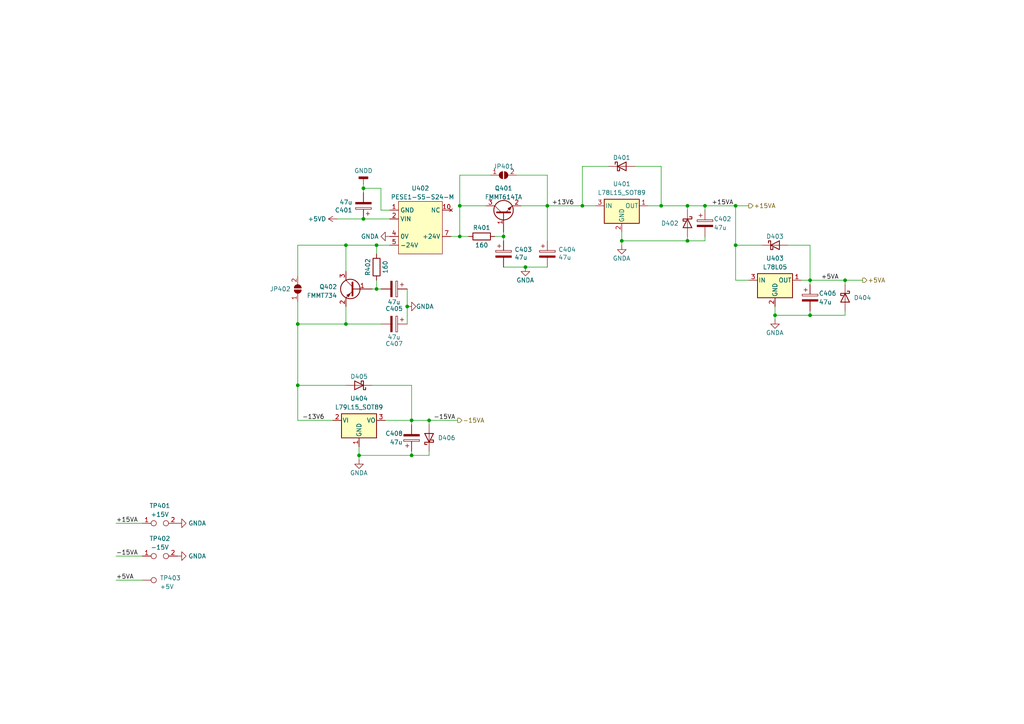
<source format=kicad_sch>
(kicad_sch (version 20230121) (generator eeschema)
  (paper "A4")
  (title_block (title "Analog Power Supplies") (date "2024-05-20") (rev "2.0"))
  (lib_symbols
    (symbol "Components:PDS1-S5-D15-M-TR"
      (property "Reference" "U401" (at 0 11.43 0))
      (property "Value" "PESE1-S5-S24-M" (at 0.635 8.89 0))
      (symbol "PDS1-S5-D15-M-TR_1_1"
        (rectangle (start -6.35 7.62) (end 6.35 -7.62) (fill (type background)))
        (pin power_in line (at -8.89 5.08 0) (length 2.54) (name "GND") (number "1"))
        (pin no_connect line (at 8.89 5.08 180) (length 2.54) (name "NC") (number "10"))
        (pin power_in line (at -8.89 2.54 0) (length 2.54) (name "VIN") (number "2"))
        (pin power_in line (at -8.89 -2.54 0) (length 2.54) (name "0V") (number "4"))
        (pin power_out line (at -8.89 -5.08 0) (length 2.54) (name "-24V") (number "5"))
        (pin power_out line (at 8.89 -2.54 180) (length 2.54) (name "+24V") (number "7"))
      )
    )
    (symbol "Connector:TestPoint" (pin_numbers hide) (pin_names (offset 0.762) hide)
      (property "Reference" "TP" (at 0 6.858 0))
      (property "Value" "TestPoint" (at 0 5.08 0))
      (symbol "TestPoint_0_1"
        (circle (center 0 3.302) (radius 0.762))
      )
      (symbol "TestPoint_1_1"
        (pin passive line (at 0 0 90) (length 2.54) (name "1") (number "1"))
      )
    )
    (symbol "Connector:TestPoint_2Pole" (pin_names (offset 0.762) hide)
      (property "Reference" "TP" (at 0 1.524 0))
      (property "Value" "TestPoint_2Pole" (at 0 -1.778 0))
      (symbol "TestPoint_2Pole_0_1"
        (circle (center -1.778 0) (radius 0.762))
        (circle (center 1.778 0) (radius 0.762))
        (pin passive line (at -5.08 0 0) (length 2.54) (name "1") (number "1"))
        (pin passive line (at 5.08 0 180) (length 2.54) (name "2") (number "2"))
      )
    )
    (symbol "Device:C_Polarized" (pin_numbers hide) (pin_names (offset 0.254))
      (property "Reference" "C" (at 0.635 2.54 0))
      (property "Value" "C_Polarized" (at 0.635 -2.54 0))
      (symbol "C_Polarized_0_1"
        (rectangle (start -2.286 0.508) (end 2.286 1.016))
        (polyline (pts (xy -1.778 2.286) (xy -0.762 2.286)))
        (polyline (pts (xy -1.27 2.794) (xy -1.27 1.778)))
        (rectangle (start 2.286 -0.508) (end -2.286 -1.016) (fill (type outline)))
      )
      (symbol "C_Polarized_1_1"
        (pin passive line (at 0 3.81 270) (length 2.794) (name "~") (number "1"))
        (pin passive line (at 0 -3.81 90) (length 2.794) (name "~") (number "2"))
      )
    )
    (symbol "Device:D_Schottky" (pin_numbers hide) (pin_names (offset 1.016) hide)
      (property "Reference" "D" (at 0 2.54 0))
      (property "Value" "D_Schottky" (at 0 -2.54 0))
      (symbol "D_Schottky_0_1"
        (polyline (pts (xy 1.27 0) (xy -1.27 0)))
        (polyline (pts (xy 1.27 1.27) (xy 1.27 -1.27) (xy -1.27 0) (xy 1.27 1.27)) (stroke (width 0.254)))
        (polyline (pts (xy -1.905 0.635) (xy -1.905 1.27) (xy -1.27 1.27) (xy -1.27 -1.27) (xy -0.635 -1.27) (xy -0.635 -0.635)) (stroke (width 0.254)))
      )
      (symbol "D_Schottky_1_1"
        (pin passive line (at -3.81 0 0) (length 2.54) (name "K") (number "1"))
        (pin passive line (at 3.81 0 180) (length 2.54) (name "A") (number "2"))
      )
    )
    (symbol "Device:Q_NPN_BEC" (pin_names (offset 0) hide)
      (property "Reference" "Q" (at 5.08 1.27 0))
      (property "Value" "Q_NPN_BEC" (at 5.08 -1.27 0))
      (symbol "Q_NPN_BEC_0_1"
        (polyline (pts (xy 0.635 0.635) (xy 2.54 2.54)))
        (polyline (pts (xy 0.635 -0.635) (xy 2.54 -2.54) (xy 2.54 -2.54)))
        (polyline (pts (xy 0.635 1.905) (xy 0.635 -1.905) (xy 0.635 -1.905)) (stroke (width 0.508)))
        (polyline (pts (xy 1.27 -1.778) (xy 1.778 -1.27) (xy 2.286 -2.286) (xy 1.27 -1.778) (xy 1.27 -1.778)) (fill (type outline)))
        (circle (center 1.27 0) (radius 2.8194) (stroke (width 0.254)))
      )
      (symbol "Q_NPN_BEC_1_1"
        (pin input line (at -5.08 0 0) (length 5.715) (name "B") (number "1"))
        (pin passive line (at 2.54 -5.08 90) (length 2.54) (name "E") (number "2"))
        (pin passive line (at 2.54 5.08 270) (length 2.54) (name "C") (number "3"))
      )
    )
    (symbol "Device:Q_PNP_BEC" (pin_names (offset 0) hide)
      (property "Reference" "Q" (at 5.08 1.27 0))
      (property "Value" "Q_PNP_BEC" (at 5.08 -1.27 0))
      (symbol "Q_PNP_BEC_0_1"
        (polyline (pts (xy 0.635 0.635) (xy 2.54 2.54)))
        (polyline (pts (xy 0.635 -0.635) (xy 2.54 -2.54) (xy 2.54 -2.54)))
        (polyline (pts (xy 0.635 1.905) (xy 0.635 -1.905) (xy 0.635 -1.905)) (stroke (width 0.508)))
        (polyline (pts (xy 2.286 -1.778) (xy 1.778 -2.286) (xy 1.27 -1.27) (xy 2.286 -1.778) (xy 2.286 -1.778)) (fill (type outline)))
        (circle (center 1.27 0) (radius 2.8194) (stroke (width 0.254)))
      )
      (symbol "Q_PNP_BEC_1_1"
        (pin input line (at -5.08 0 0) (length 5.715) (name "B") (number "1"))
        (pin passive line (at 2.54 -5.08 90) (length 2.54) (name "E") (number "2"))
        (pin passive line (at 2.54 5.08 270) (length 2.54) (name "C") (number "3"))
      )
    )
    (symbol "Device:R" (pin_numbers hide) (pin_names (offset 0))
      (property "Reference" "R" (at 2.032 0 90))
      (property "Value" "R" (at 0 0 90))
      (symbol "R_0_1"
        (rectangle (start -1.016 -2.54) (end 1.016 2.54) (stroke (width 0.254)))
      )
      (symbol "R_1_1"
        (pin passive line (at 0 3.81 270) (length 1.27) (name "~") (number "1"))
        (pin passive line (at 0 -3.81 90) (length 1.27) (name "~") (number "2"))
      )
    )
    (symbol "Jumper:SolderJumper_2_Open" (pin_names (offset 0) hide)
      (property "Reference" "JP" (at 0 2.032 0))
      (property "Value" "SolderJumper_2_Open" (at 0 -2.54 0))
      (symbol "SolderJumper_2_Open_0_1"
        (arc (start -0.254 1.016) (mid -1.2656 0) (end -0.254 -1.016))
        (arc (start -0.254 1.016) (mid -1.2656 0) (end -0.254 -1.016) (fill (type outline)))
        (polyline (pts (xy -0.254 1.016) (xy -0.254 -1.016)))
        (polyline (pts (xy 0.254 1.016) (xy 0.254 -1.016)))
        (arc (start 0.254 -1.016) (mid 1.2656 0) (end 0.254 1.016))
        (arc (start 0.254 -1.016) (mid 1.2656 0) (end 0.254 1.016) (fill (type outline)))
      )
      (symbol "SolderJumper_2_Open_1_1"
        (pin passive line (at -3.81 0 0) (length 2.54) (name "A") (number "1"))
        (pin passive line (at 3.81 0 180) (length 2.54) (name "B") (number "2"))
      )
    )
    (symbol "Regulator_Linear:L78L05_SOT89" (pin_names (offset 0.254))
      (property "Reference" "U" (at -3.81 3.175 0))
      (property "Value" "L78L05_SOT89" (at -0.635 3.175 0))
      (symbol "L78L05_SOT89_0_1"
        (rectangle (start -5.08 1.905) (end 5.08 -5.08) (stroke (width 0.254)) (fill (type background)))
      )
      (symbol "L78L05_SOT89_1_1"
        (pin power_out line (at 7.62 0 180) (length 2.54) (name "OUT") (number "1"))
        (pin power_in line (at 0 -7.62 90) (length 2.54) (name "GND") (number "2"))
        (pin power_in line (at -7.62 0 0) (length 2.54) (name "IN") (number "3"))
      )
    )
    (symbol "Regulator_Linear:L78L15_SOT89" (pin_names (offset 0.254))
      (property "Reference" "U" (at -3.81 3.175 0))
      (property "Value" "L78L15_SOT89" (at -0.635 3.175 0))
      (symbol "L78L15_SOT89_0_1"
        (rectangle (start -5.08 1.905) (end 5.08 -5.08) (stroke (width 0.254)) (fill (type background)))
      )
      (symbol "L78L15_SOT89_1_1"
        (pin power_out line (at 7.62 0 180) (length 2.54) (name "OUT") (number "1"))
        (pin power_in line (at 0 -7.62 90) (length 2.54) (name "GND") (number "2"))
        (pin power_in line (at -7.62 0 0) (length 2.54) (name "IN") (number "3"))
      )
    )
    (symbol "Regulator_Linear:L79L15_SOT89" (pin_names (offset 0.254))
      (property "Reference" "U" (at -3.81 -3.175 0))
      (property "Value" "L79L15_SOT89" (at 0 -3.175 0))
      (symbol "L79L15_SOT89_0_1"
        (rectangle (start -5.08 5.08) (end 5.08 -1.905) (stroke (width 0.254)) (fill (type background)))
      )
      (symbol "L79L15_SOT89_1_1"
        (pin power_in line (at 0 7.62 270) (length 2.54) (name "GND") (number "1"))
        (pin power_in line (at -7.62 0 0) (length 2.54) (name "VI") (number "2"))
        (pin power_out line (at 7.62 0 180) (length 2.54) (name "VO") (number "3"))
      )
    )
    (symbol "power:+5VD" (power) (pin_names (offset 0))
      (property "Value" "+5VD" (at 0 3.556 0))
      (symbol "+5VD_0_1"
        (polyline (pts (xy -0.762 1.27) (xy 0 2.54)))
        (polyline (pts (xy 0 0) (xy 0 2.54)))
        (polyline (pts (xy 0 2.54) (xy 0.762 1.27)))
      )
      (symbol "+5VD_1_1"
        (pin power_in line (at 0 0 90) (length 0) hide (name "+5VD") (number "1"))
      )
    )
    (symbol "power:GNDA" (power) (pin_names (offset 0))
      (property "Value" "GNDA" (at 0 -3.81 0))
      (symbol "GNDA_0_1"
        (polyline (pts (xy 0 0) (xy 0 -1.27) (xy 1.27 -1.27) (xy 0 -2.54) (xy -1.27 -1.27) (xy 0 -1.27)))
      )
      (symbol "GNDA_1_1"
        (pin power_in line (at 0 0 270) (length 0) hide (name "GNDA") (number "1"))
      )
    )
    (symbol "power:GNDD" (power) (pin_names (offset 0))
      (property "Value" "GNDD" (at 0 -3.175 0))
      (symbol "GNDD_0_1"
        (rectangle (start -1.27 -1.524) (end 1.27 -2.032) (stroke (width 0.254)) (fill (type outline)))
        (polyline (pts (xy 0 0) (xy 0 -1.524)))
      )
      (symbol "GNDD_1_1"
        (pin power_in line (at 0 0 270) (length 0) hide (name "GNDD") (number "1"))
      )
    )
  )
  (junction (at 245.11 81.28))
  (junction (at 146.05 68.58))
  (junction (at 234.95 91.44))
  (junction (at 119.38 121.92))
  (junction (at 86.36 93.98))
  (junction (at 133.35 59.69))
  (junction (at 100.33 71.12))
  (junction (at 86.36 111.76))
  (junction (at 234.95 81.28))
  (junction (at 213.36 59.69))
  (junction (at 168.91 59.69))
  (junction (at 191.77 59.69))
  (junction (at 213.36 71.12))
  (junction (at 199.39 59.69))
  (junction (at 109.22 71.12))
  (junction (at 105.41 54.61))
  (junction (at 104.14 132.08))
  (junction (at 180.34 69.85))
  (junction (at 109.22 83.82))
  (junction (at 124.46 121.92))
  (junction (at 118.11 88.9))
  (junction (at 119.38 132.08))
  (junction (at 204.47 59.69))
  (junction (at 158.75 59.69))
  (junction (at 100.33 93.98))
  (junction (at 224.79 91.44))
  (junction (at 199.39 69.85))
  (junction (at 152.4 77.47))
  (junction (at 105.41 63.5))
  (junction (at 133.35 68.58))
  (wire (pts (xy 86.36 111.76) (xy 86.36 121.92)))
  (wire (pts (xy 180.34 67.31) (xy 180.34 69.85)))
  (wire (pts (xy 86.36 87.63) (xy 86.36 93.98)))
  (wire (pts (xy 124.46 132.08) (xy 124.46 130.81)))
  (wire (pts (xy 105.41 54.61) (xy 105.41 55.88)))
  (wire (pts (xy 151.13 59.69) (xy 158.75 59.69)))
  (wire (pts (xy 100.33 71.12) (xy 86.36 71.12)))
  (wire (pts (xy 33.655 161.29) (xy 41.275 161.29)))
  (wire (pts (xy 86.36 111.76) (xy 100.33 111.76)))
  (wire (pts (xy 187.96 59.69) (xy 191.77 59.69)))
  (wire (pts (xy 158.75 59.69) (xy 158.75 69.85)))
  (wire (pts (xy 132.715 121.92) (xy 124.46 121.92)))
  (wire (pts (xy 234.95 91.44) (xy 234.95 90.17)))
  (wire (pts (xy 105.41 63.5) (xy 113.03 63.5)))
  (wire (pts (xy 119.38 132.08) (xy 119.38 130.81)))
  (wire (pts (xy 133.35 50.8) (xy 133.35 59.69)))
  (wire (pts (xy 204.47 69.85) (xy 204.47 68.58)))
  (wire (pts (xy 118.11 83.82) (xy 118.11 88.9)))
  (wire (pts (xy 124.46 121.92) (xy 119.38 121.92)))
  (wire (pts (xy 191.77 59.69) (xy 191.77 48.26)))
  (wire (pts (xy 86.36 93.98) (xy 86.36 111.76)))
  (wire (pts (xy 107.95 111.76) (xy 119.38 111.76)))
  (wire (pts (xy 104.14 129.54) (xy 104.14 132.08)))
  (wire (pts (xy 213.36 71.12) (xy 220.98 71.12)))
  (wire (pts (xy 110.49 60.96) (xy 113.03 60.96)))
  (wire (pts (xy 86.36 121.92) (xy 96.52 121.92)))
  (wire (pts (xy 228.6 71.12) (xy 234.95 71.12)))
  (wire (pts (xy 176.53 48.26) (xy 168.91 48.26)))
  (wire (pts (xy 118.11 88.9) (xy 118.11 93.98)))
  (wire (pts (xy 100.33 71.12) (xy 100.33 78.74)))
  (wire (pts (xy 191.77 59.69) (xy 199.39 59.69)))
  (wire (pts (xy 124.46 123.19) (xy 124.46 121.92)))
  (wire (pts (xy 158.75 50.8) (xy 158.75 59.69)))
  (wire (pts (xy 234.95 81.28) (xy 245.11 81.28)))
  (wire (pts (xy 245.11 91.44) (xy 245.11 90.17)))
  (wire (pts (xy 245.11 81.28) (xy 250.19 81.28)))
  (wire (pts (xy 33.655 151.765) (xy 41.275 151.765)))
  (wire (pts (xy 109.22 83.82) (xy 110.49 83.82)))
  (wire (pts (xy 86.36 71.12) (xy 86.36 80.01)))
  (wire (pts (xy 149.86 50.8) (xy 158.75 50.8)))
  (wire (pts (xy 104.14 133.35) (xy 104.14 132.08)))
  (wire (pts (xy 204.47 60.96) (xy 204.47 59.69)))
  (wire (pts (xy 204.47 59.69) (xy 199.39 59.69)))
  (wire (pts (xy 234.95 82.55) (xy 234.95 81.28)))
  (wire (pts (xy 184.15 48.26) (xy 191.77 48.26)))
  (wire (pts (xy 97.79 63.5) (xy 105.41 63.5)))
  (wire (pts (xy 113.03 71.12) (xy 109.22 71.12)))
  (wire (pts (xy 204.47 59.69) (xy 213.36 59.69)))
  (wire (pts (xy 130.81 68.58) (xy 133.35 68.58)))
  (wire (pts (xy 245.11 82.55) (xy 245.11 81.28)))
  (wire (pts (xy 213.36 71.12) (xy 213.36 81.28)))
  (wire (pts (xy 119.38 111.76) (xy 119.38 121.92)))
  (wire (pts (xy 168.91 59.69) (xy 172.72 59.69)))
  (wire (pts (xy 180.34 69.85) (xy 199.39 69.85)))
  (wire (pts (xy 142.24 50.8) (xy 133.35 50.8)))
  (wire (pts (xy 109.22 71.12) (xy 100.33 71.12)))
  (wire (pts (xy 146.05 68.58) (xy 146.05 69.85)))
  (wire (pts (xy 199.39 69.85) (xy 204.47 69.85)))
  (wire (pts (xy 133.35 68.58) (xy 135.89 68.58)))
  (wire (pts (xy 140.97 59.69) (xy 133.35 59.69)))
  (wire (pts (xy 86.36 93.98) (xy 100.33 93.98)))
  (wire (pts (xy 143.51 68.58) (xy 146.05 68.58)))
  (wire (pts (xy 234.95 71.12) (xy 234.95 81.28)))
  (wire (pts (xy 119.38 123.19) (xy 119.38 121.92)))
  (wire (pts (xy 199.39 59.69) (xy 199.39 60.96)))
  (wire (pts (xy 158.75 59.69) (xy 168.91 59.69)))
  (wire (pts (xy 146.05 77.47) (xy 152.4 77.47)))
  (wire (pts (xy 100.33 88.9) (xy 100.33 93.98)))
  (wire (pts (xy 110.49 54.61) (xy 110.49 60.96)))
  (wire (pts (xy 152.4 77.47) (xy 158.75 77.47)))
  (wire (pts (xy 146.05 67.31) (xy 146.05 68.58)))
  (wire (pts (xy 213.36 59.69) (xy 213.36 71.12)))
  (wire (pts (xy 109.22 71.12) (xy 109.22 73.66)))
  (wire (pts (xy 111.76 121.92) (xy 119.38 121.92)))
  (wire (pts (xy 104.14 132.08) (xy 119.38 132.08)))
  (wire (pts (xy 224.79 92.71) (xy 224.79 91.44)))
  (wire (pts (xy 105.41 54.61) (xy 110.49 54.61)))
  (wire (pts (xy 33.655 168.275) (xy 41.275 168.275)))
  (wire (pts (xy 119.38 132.08) (xy 124.46 132.08)))
  (wire (pts (xy 133.35 59.69) (xy 133.35 68.58)))
  (wire (pts (xy 232.41 81.28) (xy 234.95 81.28)))
  (wire (pts (xy 224.79 91.44) (xy 234.95 91.44)))
  (wire (pts (xy 234.95 91.44) (xy 245.11 91.44)))
  (wire (pts (xy 105.41 53.34) (xy 105.41 54.61)))
  (wire (pts (xy 199.39 69.85) (xy 199.39 68.58)))
  (wire (pts (xy 109.22 83.82) (xy 107.95 83.82)))
  (wire (pts (xy 213.36 59.69) (xy 217.17 59.69)))
  (wire (pts (xy 109.22 81.28) (xy 109.22 83.82)))
  (wire (pts (xy 217.17 81.28) (xy 213.36 81.28)))
  (wire (pts (xy 168.91 48.26) (xy 168.91 59.69)))
  (wire (pts (xy 180.34 71.12) (xy 180.34 69.85)))
  (wire (pts (xy 224.79 88.9) (xy 224.79 91.44)))
  (wire (pts (xy 100.33 93.98) (xy 110.49 93.98)))
  (label "+5VA" (at 33.655 168.275 0))
  (label "-13V6" (at 87.63 121.92 0))
  (label "-15VA" (at 125.73 121.92 0))
  (label "+5VA" (at 238.125 81.28 0))
  (label "-15VA" (at 33.655 161.29 0))
  (label "+13V6" (at 160.02 59.69 0))
  (label "+15VA" (at 33.655 151.765 0))
  (label "+15VA" (at 206.375 59.69 0))
  (hierarchical_label "-15VA" (shape output) (at 132.715 121.92 0))
  (hierarchical_label "+5VA" (shape output) (at 250.19 81.28 0))
  (hierarchical_label "+15VA" (shape output) (at 217.17 59.69 0))
  (symbol (lib_id "Device:C_Polarized") (at 114.3 83.82 270) (unit 1)
    (property "Reference" "C405" (at 111.76 89.535 90) (effects (justify left)))
    (property "Value" "47u" (at 112.395 87.63 90) (effects (justify left)))
    (property "Footprint" "Capacitor_SMD:CP_Elec_6.3x5.8" (effects hide))
  )
  (symbol (lib_id "power:GNDA") (at 113.03 68.58 270) (unit 1)
    (property "Reference" "#PWR0403" (effects hide))
    (property "Value" "GNDA" (at 109.855 68.58 90) (effects (justify right)))
  )
  (symbol (lib_id "Device:Q_PNP_BEC") (at 102.87 83.82 0) (mirror y) (unit 1)
    (property "Reference" "Q402" (at 97.79 83.185 0) (effects (justify left)))
    (property "Value" "FMMT734" (at 97.79 85.725 0) (effects (justify left)))
    (property "Footprint" "Package_TO_SOT_SMD:SOT-23-3" (effects hide))
  )
  (symbol (lib_id "power:GNDA") (at 152.4 77.47 0) (unit 1)
    (property "Reference" "#PWR0405" (effects hide))
    (property "Value" "GNDA" (at 154.94 81.28 0) (effects (justify right)))
  )
  (symbol (lib_id "Device:R") (at 139.7 68.58 90) (unit 1)
    (property "Reference" "R401" (at 139.7 66.04 90))
    (property "Value" "160" (at 139.7 71.12 90))
    (property "Footprint" "Resistor_SMD:R_0603_1608Metric" (effects hide))
  )
  (symbol (lib_id "Jumper:SolderJumper_2_Open") (at 146.05 50.8 0) (unit 1)
    (property "Reference" "JP401" (at 146.05 48.26 0))
    (property "Value" "SolderJumper_2_Open" (effects hide))
    (property "Footprint" "Jumper:SolderJumper-2_P1.3mm_Open_RoundedPad1.0x1.5mm" (effects hide))
  )
  (symbol (lib_id "Device:Q_NPN_BEC") (at 146.05 62.23 90) (unit 1)
    (property "Reference" "Q401" (at 146.05 54.61 90))
    (property "Value" "FMMT614TA" (at 146.05 57.15 90))
    (property "Footprint" "Package_TO_SOT_SMD:SOT-23-3" (effects hide))
  )
  (symbol (lib_id "Device:C_Polarized") (at 114.3 93.98 270) (unit 1)
    (property "Reference" "C407" (at 111.76 99.695 90) (effects (justify left)))
    (property "Value" "47u" (at 112.395 97.79 90) (effects (justify left)))
    (property "Footprint" "Capacitor_SMD:CP_Elec_6.3x5.8" (effects hide))
  )
  (symbol (lib_id "power:GNDA") (at 224.79 92.71 0) (unit 1)
    (property "Reference" "#PWR0407" (effects hide))
    (property "Value" "GNDA" (at 227.33 96.52 0) (effects (justify right)))
  )
  (symbol (lib_id "Device:D_Schottky") (at 124.46 127 90) (unit 1)
    (property "Reference" "D406" (at 127 127 90) (effects (justify right)))
    (property "Value" "D_Schottky" (effects hide))
    (property "Footprint" "Diode_SMD:D_SOD-123F" (effects hide))
    (property "Datasheet" "SMD110PL-TP" (effects hide))
  )
  (symbol (lib_id "Connector:TestPoint") (at 41.275 168.275 270) (unit 1)
    (property "Reference" "TP403" (at 46.355 167.64 90) (effects (justify left)))
    (property "Value" "+5V" (at 46.355 170.18 90) (effects (justify left)))
    (property "Footprint" "TestPoint:TestPoint_Pad_D1.0mm" (effects hide))
  )
  (symbol (lib_id "Connector:TestPoint_2Pole") (at 46.355 161.29 0) (unit 1)
    (property "Reference" "TP402" (at 46.355 156.21 0))
    (property "Value" "-15V" (at 46.355 158.75 0))
    (property "Footprint" "Components:testPoint2Pads" (effects hide))
  )
  (symbol (lib_id "Device:D_Schottky") (at 224.79 71.12 0) (unit 1)
    (property "Reference" "D403" (at 227.33 68.58 0) (effects (justify right)))
    (property "Value" "D_Schottky" (effects hide))
    (property "Footprint" "Diode_SMD:D_SOD-123F" (effects hide))
    (property "Datasheet" "SMD110PL-TP" (effects hide))
  )
  (symbol (lib_id "power:+5VD") (at 97.79 63.5 90) (unit 1)
    (property "Reference" "#PWR0402" (effects hide))
    (property "Value" "+5VD" (at 94.615 63.5 90) (effects (justify left)))
  )
  (symbol (lib_id "power:GNDA") (at 51.435 151.765 90) (unit 1)
    (property "Reference" "#PWR0409" (effects hide))
    (property "Value" "GNDA" (at 54.61 151.765 90) (effects (justify right)))
  )
  (symbol (lib_id "Device:C_Polarized") (at 105.41 59.69 180) (unit 1)
    (property "Reference" "C401" (at 102.235 60.96 0) (effects (justify left)))
    (property "Value" "47u" (at 102.235 58.674 0) (effects (justify left)))
    (property "Footprint" "Capacitor_SMD:CP_Elec_6.3x5.8" (effects hide))
  )
  (symbol (lib_id "Device:D_Schottky") (at 180.34 48.26 0) (unit 1)
    (property "Reference" "D401" (at 182.88 45.72 0) (effects (justify right)))
    (property "Value" "D_Schottky" (effects hide))
    (property "Footprint" "Diode_SMD:D_SOD-123F" (effects hide))
    (property "Datasheet" "SMD110PL-TP" (effects hide))
  )
  (symbol (lib_id "Device:C_Polarized") (at 234.95 86.36 0) (unit 1)
    (property "Reference" "C406" (at 237.49 85.09 0) (effects (justify left)))
    (property "Value" "47u" (at 237.49 87.63 0) (effects (justify left)))
    (property "Footprint" "Capacitor_SMD:CP_Elec_6.3x5.8" (effects hide))
  )
  (symbol (lib_id "power:GNDA") (at 104.14 133.35 0) (unit 1)
    (property "Reference" "#PWR0408" (effects hide))
    (property "Value" "GNDA" (at 106.68 137.16 0) (effects (justify right)))
  )
  (symbol (lib_id "power:GNDD") (at 105.41 53.34 180) (unit 1)
    (property "Reference" "#PWR0401" (effects hide))
    (property "Value" "GNDD" (at 105.41 49.53 0))
  )
  (symbol (lib_id "Device:C_Polarized") (at 119.38 127 0) (mirror x) (unit 1)
    (property "Reference" "C408" (at 111.76 125.73 0) (effects (justify left)))
    (property "Value" "47u" (at 113.03 128.27 0) (effects (justify left)))
    (property "Footprint" "Capacitor_SMD:CP_Elec_6.3x5.8" (effects hide))
  )
  (symbol (lib_id "Jumper:SolderJumper_2_Open") (at 86.36 83.82 90) (unit 1)
    (property "Reference" "JP402" (at 81.28 83.82 90))
    (property "Value" "SolderJumper_2_Open" (effects hide))
    (property "Footprint" "Jumper:SolderJumper-2_P1.3mm_Open_RoundedPad1.0x1.5mm" (effects hide))
  )
  (symbol (lib_id "power:GNDA") (at 180.34 71.12 0) (unit 1)
    (property "Reference" "#PWR0404" (effects hide))
    (property "Value" "GNDA" (at 182.88 74.93 0) (effects (justify right)))
  )
  (symbol (lib_id "Components:PDS1-S5-D15-M-TR") (at 121.92 66.04 0) (unit 1)
    (property "Reference" "U402" (at 121.92 54.61 0))
    (property "Value" "PESE1-S5-S24-M" (at 122.555 57.15 0))
    (property "Footprint" "Components:PDS1-S5-D15-M-TR" (effects hide))
  )
  (symbol (lib_id "Device:D_Schottky") (at 245.11 86.36 270) (unit 1)
    (property "Reference" "D404" (at 252.73 86.36 90) (effects (justify right)))
    (property "Value" "D_Schottky" (effects hide))
    (property "Footprint" "Diode_SMD:D_SOD-123F" (effects hide))
    (property "Datasheet" "SMD110PL-TP" (effects hide))
  )
  (symbol (lib_id "Device:R") (at 109.22 77.47 180) (unit 1)
    (property "Reference" "R402" (at 106.68 77.47 90))
    (property "Value" "160" (at 111.76 77.47 90))
    (property "Footprint" "Resistor_SMD:R_0603_1608Metric" (effects hide))
  )
  (symbol (lib_id "Device:C_Polarized") (at 204.47 64.77 0) (unit 1)
    (property "Reference" "C402" (at 207.01 63.5 0) (effects (justify left)))
    (property "Value" "47u" (at 207.01 66.04 0) (effects (justify left)))
    (property "Footprint" "Capacitor_SMD:CP_Elec_6.3x5.8" (effects hide))
  )
  (symbol (lib_id "Regulator_Linear:L78L15_SOT89") (at 180.34 59.69 0) (unit 1)
    (property "Reference" "U401" (at 180.34 53.34 0))
    (property "Value" "L78L15_SOT89" (at 180.34 55.88 0))
    (property "Footprint" "Package_TO_SOT_SMD:SOT-89-3" (effects hide))
    (property "Datasheet" "http://www.st.com/content/ccc/resource/technical/document/datasheet/15/55/e5/aa/23/5b/43/fd/CD00000446.pdf/files/CD00000446.pdf/jcr:content/translations/en.CD00000446.pdf" (effects hide))
  )
  (symbol (lib_id "Device:D_Schottky") (at 104.14 111.76 180) (unit 1)
    (property "Reference" "D405" (at 101.6 109.22 0) (effects (justify right)))
    (property "Value" "D_Schottky" (effects hide))
    (property "Footprint" "Diode_SMD:D_SOD-123F" (effects hide))
    (property "Datasheet" "SMD110PL-TP" (effects hide))
  )
  (symbol (lib_id "Regulator_Linear:L79L15_SOT89") (at 104.14 121.92 0) (mirror x) (unit 1)
    (property "Reference" "U404" (at 104.14 115.57 0))
    (property "Value" "L79L15_SOT89" (at 104.14 118.11 0))
    (property "Footprint" "Package_TO_SOT_SMD:SOT-89-3" (effects hide))
    (property "Datasheet" "http://www.farnell.com/datasheets/1827870.pdf" (effects hide))
  )
  (symbol (lib_id "Connector:TestPoint_2Pole") (at 46.355 151.765 0) (unit 1)
    (property "Reference" "TP401" (at 46.355 146.685 0))
    (property "Value" "+15V" (at 46.355 149.225 0))
    (property "Footprint" "Components:testPoint2Pads" (effects hide))
  )
  (symbol (lib_id "Device:D_Schottky") (at 199.39 64.77 270) (unit 1)
    (property "Reference" "D402" (at 196.85 64.77 90) (effects (justify right)))
    (property "Value" "D_Schottky" (effects hide))
    (property "Footprint" "Diode_SMD:D_SOD-123F" (effects hide))
    (property "Datasheet" "SMD110PL-TP" (effects hide))
  )
  (symbol (lib_id "power:GNDA") (at 51.435 161.29 90) (unit 1)
    (property "Reference" "#PWR0410" (effects hide))
    (property "Value" "GNDA" (at 54.61 161.29 90) (effects (justify right)))
  )
  (symbol (lib_id "Device:C_Polarized") (at 158.75 73.66 0) (unit 1)
    (property "Reference" "C404" (at 161.925 72.39 0) (effects (justify left)))
    (property "Value" "47u" (at 161.925 74.676 0) (effects (justify left)))
    (property "Footprint" "Capacitor_SMD:CP_Elec_6.3x5.8" (effects hide))
  )
  (symbol (lib_id "power:GNDA") (at 118.11 88.9 90) (unit 1)
    (property "Reference" "#PWR0406" (effects hide))
    (property "Value" "GNDA" (at 120.65 88.9 90) (effects (justify right)))
  )
  (symbol (lib_id "Device:C_Polarized") (at 146.05 73.66 0) (unit 1)
    (property "Reference" "C403" (at 149.225 72.39 0) (effects (justify left)))
    (property "Value" "47u" (at 149.225 74.676 0) (effects (justify left)))
    (property "Footprint" "Capacitor_SMD:CP_Elec_6.3x5.8" (effects hide))
  )
  (symbol (lib_id "Regulator_Linear:L78L05_SOT89") (at 224.79 81.28 0) (unit 1)
    (property "Reference" "U403" (at 224.79 74.93 0))
    (property "Value" "L78L05" (at 224.79 77.47 0))
    (property "Footprint" "Package_TO_SOT_SMD:SOT-89-3" (effects hide))
    (property "Datasheet" "http://www.st.com/content/ccc/resource/technical/document/datasheet/15/55/e5/aa/23/5b/43/fd/CD00000446.pdf/files/CD00000446.pdf/jcr:content/translations/en.CD00000446.pdf" (effects hide))
  )
)
</source>
